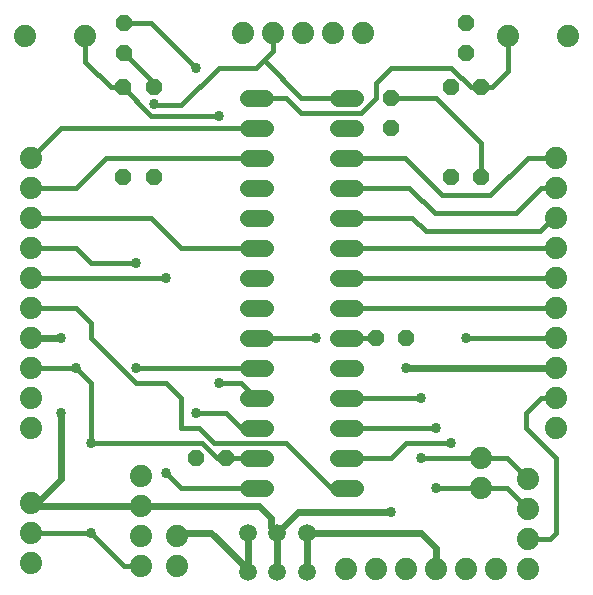
<source format=gbr>
G04 EAGLE Gerber RS-274X export*
G75*
%MOMM*%
%FSLAX34Y34*%
%LPD*%
%INTop Copper*%
%IPPOS*%
%AMOC8*
5,1,8,0,0,1.08239X$1,22.5*%
G01*
%ADD10P,1.539592X8X292.500000*%
%ADD11P,1.539592X8X202.500000*%
%ADD12P,1.539592X8X22.500000*%
%ADD13P,1.539592X8X112.500000*%
%ADD14C,1.422400*%
%ADD15C,1.879600*%
%ADD16C,1.509600*%
%ADD17C,0.609600*%
%ADD18C,0.406400*%
%ADD19C,0.858000*%


D10*
X330200Y419100D03*
X330200Y393700D03*
D11*
X190500Y114300D03*
X165100Y114300D03*
D12*
X317500Y215900D03*
X342900Y215900D03*
D10*
X393700Y482600D03*
X393700Y457200D03*
X104140Y482600D03*
X104140Y457200D03*
D13*
X381000Y351790D03*
X381000Y427990D03*
X129540Y351790D03*
X129540Y427990D03*
D10*
X406400Y427990D03*
X406400Y351790D03*
X102870Y427990D03*
X102870Y351790D03*
D14*
X208788Y419100D02*
X223012Y419100D01*
X223012Y393700D02*
X208788Y393700D01*
X208788Y368300D02*
X223012Y368300D01*
X223012Y342900D02*
X208788Y342900D01*
X208788Y317500D02*
X223012Y317500D01*
X223012Y292100D02*
X208788Y292100D01*
X208788Y266700D02*
X223012Y266700D01*
X223012Y241300D02*
X208788Y241300D01*
X208788Y215900D02*
X223012Y215900D01*
X223012Y190500D02*
X208788Y190500D01*
X208788Y165100D02*
X223012Y165100D01*
X223012Y139700D02*
X208788Y139700D01*
X208788Y114300D02*
X223012Y114300D01*
X223012Y88900D02*
X208788Y88900D01*
X284988Y88900D02*
X299212Y88900D01*
X299212Y114300D02*
X284988Y114300D01*
X284988Y139700D02*
X299212Y139700D01*
X299212Y165100D02*
X284988Y165100D01*
X284988Y190500D02*
X299212Y190500D01*
X299212Y215900D02*
X284988Y215900D01*
X284988Y241300D02*
X299212Y241300D01*
X299212Y266700D02*
X284988Y266700D01*
X284988Y292100D02*
X299212Y292100D01*
X299212Y317500D02*
X284988Y317500D01*
X284988Y342900D02*
X299212Y342900D01*
X299212Y368300D02*
X284988Y368300D01*
X284988Y393700D02*
X299212Y393700D01*
X299212Y419100D02*
X284988Y419100D01*
D15*
X406400Y114300D03*
X406400Y88900D03*
X469900Y368300D03*
X469900Y342900D03*
X469900Y317500D03*
X469900Y292100D03*
X469900Y266700D03*
X469900Y241300D03*
X469900Y215900D03*
X469900Y190500D03*
X469900Y165100D03*
X469900Y139700D03*
X25400Y241300D03*
X25400Y215900D03*
X25400Y190500D03*
X25400Y165100D03*
X25400Y139700D03*
X25400Y368300D03*
X25400Y342900D03*
X25400Y317500D03*
X25400Y292100D03*
X25400Y266700D03*
X25400Y76200D03*
X25400Y50800D03*
X25400Y25400D03*
X148590Y22860D03*
X148590Y48260D03*
D16*
X208680Y50790D03*
X233680Y50790D03*
X258680Y50790D03*
X258680Y17790D03*
X233680Y17790D03*
X208680Y17790D03*
D15*
X118110Y22860D03*
X118110Y48260D03*
X118110Y73660D03*
X118110Y99060D03*
X419100Y20320D03*
X393700Y20320D03*
X368300Y20320D03*
X342900Y20320D03*
X317500Y20320D03*
X292100Y20320D03*
X204470Y473710D03*
X229870Y473710D03*
X255270Y473710D03*
X280670Y473710D03*
X306070Y473710D03*
X445770Y20320D03*
X445770Y45720D03*
X445770Y71120D03*
X445770Y96520D03*
X429260Y471170D03*
X480060Y471170D03*
X71120Y471170D03*
X20320Y471170D03*
D17*
X208680Y50790D02*
X208680Y17790D01*
X151130Y50800D02*
X148590Y48260D01*
X151130Y50800D02*
X177800Y50800D01*
X208680Y19920D01*
X208680Y17790D01*
D18*
X215900Y114300D02*
X190500Y114300D01*
X406400Y381000D02*
X368300Y419100D01*
X406400Y381000D02*
X406400Y351790D01*
X368300Y419100D02*
X330200Y419100D01*
X445770Y45720D02*
X464820Y45720D01*
X469900Y50800D01*
X469900Y114300D01*
X444500Y139700D01*
X444500Y152400D01*
X457200Y165100D01*
X469900Y165100D01*
X118110Y22860D02*
X104140Y22860D01*
X76200Y50800D01*
D19*
X76200Y50800D03*
X76200Y127000D03*
D18*
X76200Y50800D02*
X25400Y50800D01*
X182880Y114300D02*
X190500Y114300D01*
X182880Y114300D02*
X170180Y127000D01*
X76200Y127000D01*
X76200Y177800D02*
X63500Y190500D01*
D19*
X63500Y190500D03*
D18*
X76200Y177800D02*
X76200Y127000D01*
X63500Y190500D02*
X25400Y190500D01*
X229870Y458470D02*
X229870Y473710D01*
X229870Y458470D02*
X222250Y450850D01*
X215900Y444500D01*
X152400Y412750D02*
X129540Y412750D01*
X129540Y413738D01*
D19*
X129540Y413738D03*
D18*
X184150Y444500D02*
X215900Y444500D01*
X184150Y444500D02*
X152400Y412750D01*
X254000Y419100D02*
X292100Y419100D01*
X254000Y419100D02*
X222250Y450850D01*
D17*
X258680Y50790D02*
X258680Y17790D01*
X368300Y20320D02*
X368300Y38100D01*
X355600Y50800D01*
X258690Y50800D02*
X258680Y50790D01*
X258690Y50800D02*
X355600Y50800D01*
D18*
X317500Y215900D02*
X292100Y215900D01*
X429260Y441960D02*
X429260Y471170D01*
X415290Y427990D02*
X406400Y427990D01*
X415290Y427990D02*
X429260Y441960D01*
X381000Y444500D02*
X330200Y444500D01*
X397510Y427990D02*
X406400Y427990D01*
X397510Y427990D02*
X381000Y444500D01*
X241300Y419100D02*
X215900Y419100D01*
X241300Y419100D02*
X254000Y406400D01*
X304800Y406400D01*
X317500Y419100D01*
X317500Y431800D01*
X330200Y444500D01*
X215900Y139700D02*
X203200Y139700D01*
X190500Y152400D01*
X165100Y152400D01*
D19*
X165100Y152400D03*
X165100Y444500D03*
D18*
X127000Y482600D01*
X104140Y482600D01*
X104140Y457200D02*
X129540Y431800D01*
X129540Y427990D01*
X71120Y449580D02*
X71120Y471170D01*
X92710Y427990D02*
X102870Y427990D01*
X92710Y427990D02*
X71120Y449580D01*
X203200Y177800D02*
X215900Y165100D01*
X203200Y177800D02*
X184150Y177800D01*
D19*
X184150Y177800D03*
X184150Y403860D03*
D18*
X127000Y403860D01*
X102870Y427990D01*
X292100Y165100D02*
X355600Y165100D01*
D19*
X355600Y165100D03*
X355600Y114300D03*
D18*
X406400Y114300D01*
X427990Y114300D01*
X445770Y96520D01*
X368300Y139700D02*
X292100Y139700D01*
D19*
X368300Y139700D03*
X368300Y88900D03*
D18*
X406400Y88900D01*
X427990Y88900D01*
X445770Y71120D01*
X266700Y215900D02*
X215900Y215900D01*
D19*
X266700Y215900D03*
D18*
X50800Y393700D02*
X25400Y368300D01*
X50800Y393700D02*
X215900Y393700D01*
X88900Y368300D02*
X63500Y342900D01*
X25400Y342900D01*
X88900Y368300D02*
X215900Y368300D01*
X127000Y317500D02*
X25400Y317500D01*
X127000Y317500D02*
X152400Y292100D01*
X215900Y292100D01*
X63500Y292100D02*
X25400Y292100D01*
X114300Y190500D02*
X215900Y190500D01*
D19*
X114300Y190500D03*
X114300Y279400D03*
D18*
X76200Y279400D01*
X63500Y292100D01*
X152400Y88900D02*
X215900Y88900D01*
X152400Y88900D02*
X139700Y101600D01*
D19*
X139700Y101600D03*
X139700Y266700D03*
D18*
X25400Y266700D01*
X279400Y88900D02*
X292100Y88900D01*
X279400Y88900D02*
X241300Y127000D01*
X180340Y127000D01*
X139700Y177800D02*
X114300Y177800D01*
X76200Y215900D01*
X76200Y228600D01*
X63500Y241300D01*
X25400Y241300D01*
X167640Y139700D02*
X180340Y127000D01*
X167640Y139700D02*
X152400Y139700D01*
X152400Y165100D01*
X139700Y177800D01*
X292100Y114300D02*
X330200Y114300D01*
X342900Y127000D01*
X381000Y127000D01*
X419100Y215900D02*
X469900Y215900D01*
D19*
X381000Y127000D03*
D18*
X393700Y215900D02*
X419100Y215900D01*
D19*
X393700Y215900D03*
D18*
X469900Y241300D02*
X292100Y241300D01*
X292100Y266700D02*
X469900Y266700D01*
X469900Y292100D02*
X292100Y292100D01*
X347980Y317500D02*
X359410Y306070D01*
X455930Y306070D02*
X467360Y317500D01*
X469900Y317500D01*
X347980Y317500D02*
X292100Y317500D01*
X359410Y306070D02*
X455930Y306070D01*
X345440Y342900D02*
X292100Y342900D01*
X345440Y342900D02*
X367030Y321310D01*
X457200Y342900D02*
X469900Y342900D01*
X457200Y342900D02*
X435610Y321310D01*
X367030Y321310D01*
X341630Y368300D02*
X292100Y368300D01*
X341630Y368300D02*
X373380Y336550D01*
X414020Y336550D02*
X445770Y368300D01*
X469900Y368300D01*
X414020Y336550D02*
X373380Y336550D01*
D17*
X233680Y50790D02*
X233680Y17790D01*
X233680Y50790D02*
X228600Y55870D01*
X228600Y63500D01*
X218440Y73660D01*
X118110Y73660D01*
X233680Y50790D02*
X251470Y68580D01*
X330200Y68580D01*
D19*
X330200Y68580D03*
X342900Y190500D03*
D17*
X469900Y190500D01*
X118110Y73660D02*
X27940Y73660D01*
X25400Y76200D01*
X25400Y215900D02*
X50800Y215900D01*
D19*
X50800Y215900D03*
X50800Y152400D03*
D17*
X50800Y96520D01*
X27940Y73660D01*
M02*

</source>
